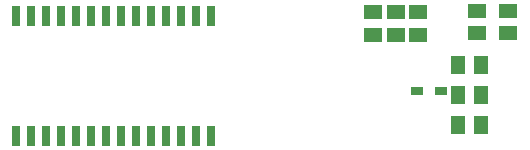
<source format=gbr>
G04 EAGLE Gerber RS-274X export*
G75*
%MOMM*%
%FSLAX34Y34*%
%LPD*%
%INSolderpaste Bottom*%
%IPPOS*%
%AMOC8*
5,1,8,0,0,1.08239X$1,22.5*%
G01*
%ADD10R,1.500000X1.240000*%
%ADD11R,1.000000X0.800000*%
%ADD12R,1.240000X1.500000*%
%ADD13R,0.635000X1.778000*%


D10*
X187960Y36220D03*
X187960Y55220D03*
X214630Y36220D03*
X214630Y55220D03*
D11*
X137320Y-12700D03*
X157320Y-12700D03*
D10*
X138430Y53950D03*
X138430Y34950D03*
D12*
X172110Y-16510D03*
X191110Y-16510D03*
X172110Y-41910D03*
X191110Y-41910D03*
D13*
X-36830Y-50800D03*
X-49530Y-50800D03*
X-62230Y-50800D03*
X-74930Y-50800D03*
X-87630Y-50800D03*
X-100330Y-50800D03*
X-113030Y-50800D03*
X-125730Y-50800D03*
X-138430Y-50800D03*
X-151130Y-50800D03*
X-163830Y-50800D03*
X-176530Y-50800D03*
X-189230Y-50800D03*
X-201930Y-50800D03*
X-201930Y50800D03*
X-189230Y50800D03*
X-176530Y50800D03*
X-163830Y50800D03*
X-151130Y50800D03*
X-138430Y50800D03*
X-125730Y50800D03*
X-113030Y50800D03*
X-100330Y50800D03*
X-87630Y50800D03*
X-74930Y50800D03*
X-62230Y50800D03*
X-49530Y50800D03*
X-36830Y50800D03*
D12*
X172110Y8890D03*
X191110Y8890D03*
D10*
X119380Y53950D03*
X119380Y34950D03*
X100330Y53950D03*
X100330Y34950D03*
M02*

</source>
